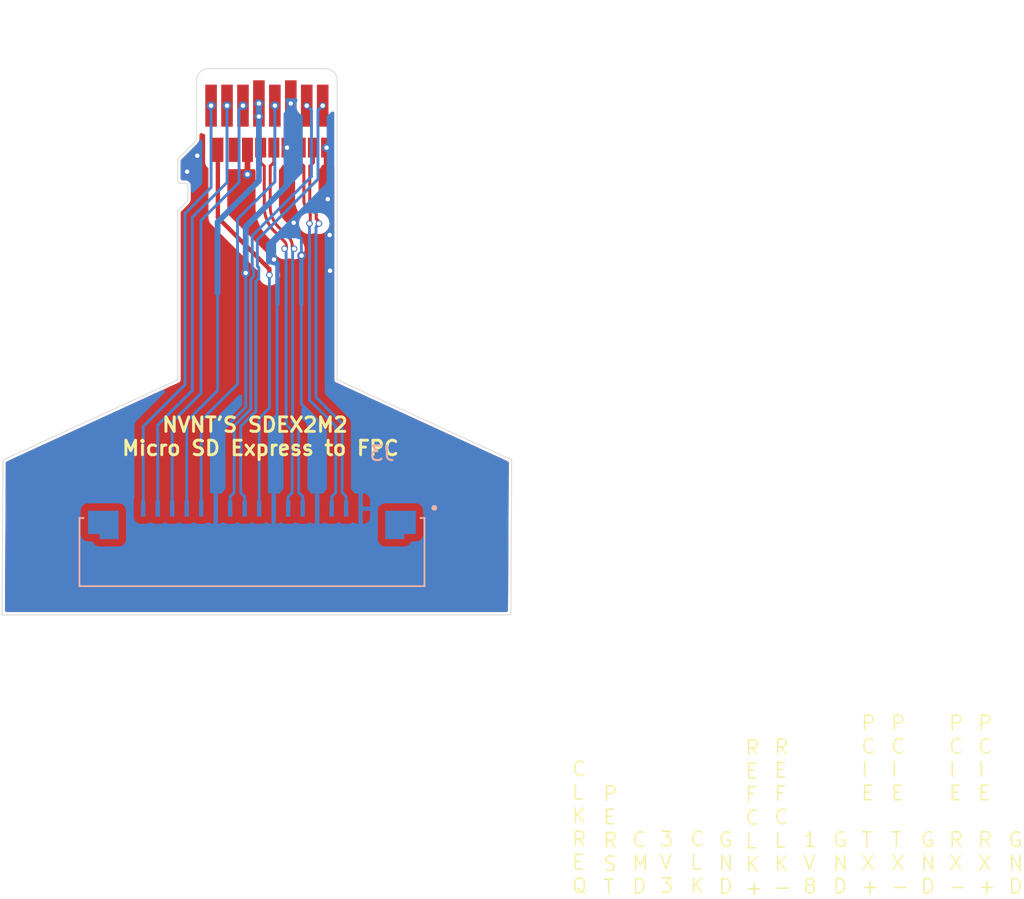
<source format=kicad_pcb>
(kicad_pcb (version 20241229) (generator "pcbnew") (generator_version "9.0")
  (layers (0 "F.Cu" signal) (2 "B.Cu" signal) (13 "F.Paste" user) (15 "B.Paste" user) (5 "F.SilkS" user "F.Silkscreen") (7 "B.SilkS" user "B.Silkscreen") (1 "F.Mask" user) (3 "B.Mask" user) (25 "Edge.Cuts" user))
  (net 0 "")
  (net 2 "/TX+")
  (net 3 "/TX-")
  (net 4 "/RX+")
  (net 5 "GND")
  (net 6 "/RX-")
  (net 7 "/REFCLK+")
  (net 8 "/REFCLK-")
  (net 9 "/3V3")
  (net 10 "/PERST")
  (net 11 "/CLKREQ")
  (net 12 "/CMD")
  (net 13 "/CLK")
  (net 14 "/1V8")
  (footprint "m1cha:usdex-male-open_bottom" (layer "F.Cu") (at 141.61 77.96)
    (property "Reference" "J1" (hide yes))
    (property "Value" "MicroSD Express Edge")
    (fp_line (start -6.15 6.395685) (end -6.15 7.8) (stroke (width 0.05)) (layer "Edge.Cuts"))
    (fp_line (start -6.15 9.8) (end -6.149999 15) (stroke (width 0.05)) (layer "Edge.Cuts"))
    (fp_line (start -6.05 7.9) (end -5.65 7.9) (stroke (width 0.05)) (layer "Edge.Cuts"))
    (fp_line (start -5.567158 9.217158) (end -6.15 9.8) (stroke (width 0.05)) (layer "Edge.Cuts"))
    (fp_line (start -5.45 8.1) (end -5.45 8.934315) (stroke (width 0.05)) (layer "Edge.Cuts"))
    (fp_line (start -4.967158 5.047158) (end -6.032843 6.112843) (stroke (width 0.05)) (layer "Edge.Cuts"))
    (fp_line (start -4.85 4.764315) (end -4.85 0.8) (stroke (width 0.05)) (layer "Edge.Cuts"))
    (fp_line (start -4.05 0) (end 4.05 0) (stroke (width 0.05)) (layer "Edge.Cuts"))
    (fp_line (start 4.85 0.8) (end 4.85 15) (stroke (width 0.05)) (layer "Edge.Cuts"))
    (fp_arc (start -6.15 6.395685) (mid -6.119552 6.242612) (end -6.032843 6.112843) (stroke (width 0.05)) (layer "Edge.Cuts"))
    (fp_arc (start -6.05 7.9) (mid -6.120711 7.870711) (end -6.15 7.8) (stroke (width 0.05)) (layer "Edge.Cuts"))
    (fp_arc (start -5.65 7.9) (mid -5.508579 7.958579) (end -5.45 8.1) (stroke (width 0.05)) (layer "Edge.Cuts"))
    (fp_arc (start -5.45 8.934315) (mid -5.480448 9.087389) (end -5.567158 9.217158) (stroke (width 0.05)) (layer "Edge.Cuts"))
    (fp_arc (start -4.85 0.8) (mid -4.615685 0.234315) (end -4.05 0) (stroke (width 0.05)) (layer "Edge.Cuts"))
    (fp_arc (start -4.85 4.764315) (mid -4.880448 4.917389) (end -4.967158 5.047158) (stroke (width 0.05)) (layer "Edge.Cuts"))
    (fp_arc (start 4.05 0) (mid 4.615685 0.234315) (end 4.85 0.8) (stroke (width 0.05)) (layer "Edge.Cuts"))
    (pad "1" smd rect (at -3.85 2.55) (size 0.8 2.9) (layers "F.Cu" "F.Mask" "F.Paste") (net 11 "/CLKREQ"))
    (pad "2" smd rect (at -2.75 2.55) (size 0.8 2.9) (layers "F.Cu" "F.Mask" "F.Paste") (net 10 "/PERST"))
    (pad "3" smd rect (at -1.65 2.55) (size 0.8 2.9) (layers "F.Cu" "F.Mask" "F.Paste") (net 12 "/CMD"))
    (pad "4" smd rect (at -0.55 2.4) (size 0.8 3.2) (layers "F.Cu" "F.Mask" "F.Paste") (net 9 "/3V3"))
    (pad "5" smd rect (at 0.55 2.55) (size 0.8 2.9) (layers "F.Cu" "F.Mask" "F.Paste") (net 13 "/CLK"))
    (pad "6" smd rect (at 1.65 2.4) (size 0.8 3.2) (layers "F.Cu" "F.Mask" "F.Paste") (net 5 "GND"))
    (pad "7" smd rect (at 2.75 2.55) (size 0.8 2.9) (layers "F.Cu" "F.Mask" "F.Paste") (net 7 "/REFCLK+"))
    (pad "8" smd rect (at 3.85 2.55) (size 0.8 2.9) (layers "F.Cu" "F.Mask" "F.Paste") (net 8 "/REFCLK-"))
    (pad "9" smd rect (at -3.38 5.595) (size 0.76 1.67) (layers "F.Cu" "F.Mask" "F.Paste") (net 14 "/1V8"))
    (pad "10" smd rect (at -1.34 5.595) (size 0.76 1.67) (layers "F.Cu" "F.Mask" "F.Paste") (net 5 "GND"))
    (pad "11" smd rect (at -0.43 5.445) (size 0.76 1.37) (layers "F.Cu" "F.Mask" "F.Paste") (net 2 "/TX+"))
    (pad "12" smd rect (at 0.48 5.445) (size 0.76 1.37) (layers "F.Cu" "F.Mask" "F.Paste") (net 3 "/TX-"))
    (pad "13" smd rect (at 1.39 5.445) (size 0.76 1.37) (layers "F.Cu" "F.Mask" "F.Paste") (net 5 "GND"))
    (pad "14" smd rect (at 2.3 5.445) (size 0.76 1.37) (layers "F.Cu" "F.Mask" "F.Paste") (net 6 "/RX-"))
    (pad "15" smd rect (at 3.21 5.445) (size 0.76 1.37) (layers "F.Cu" "F.Mask" "F.Paste") (net 4 "/RX+"))
    (pad "16" smd rect (at 4.12 5.445) (size 0.76 1.37) (layers "F.Cu" "F.Mask" "F.Paste") (net 5 "GND"))
    (pad "17" smd rect (at -2.25 5.595) (size 0.76 1.67) (layers "F.Cu" "F.Mask" "F.Paste"))
  )
  (footprint "MicroSD Express to FPC:AMPHENOL_F52R-1A7H1-11016" (layer "B.Cu") (at 140.58 111.305 180)
    (property "Reference" "J3" (at -8.975 6.805 0) (layer "B.SilkS") (effects (justify mirror)))
    (property "Value" "F52R-1A7H1-11016")
    (fp_line (start 11.9 2.35) (end 11.9 -2.35) (stroke (width 0.127)) (layer "B.SilkS"))
    (fp_line (start 11.9 -2.35) (end -11.9 -2.35) (stroke (width 0.127)) (layer "B.SilkS"))
    (fp_line (start 11.62 2.35) (end 11.9 2.35) (stroke (width 0.127)) (layer "B.SilkS"))
    (fp_line (start -11.9 2.35) (end -11.62 2.35) (stroke (width 0.127)) (layer "B.SilkS"))
    (fp_line (start -11.9 -2.35) (end -11.9 2.35) (stroke (width 0.127)) (layer "B.SilkS"))
    (fp_circle (center -12.58 3.05) (end -12.48 3.05) (stroke (width 0.2)) (fill no) (layer "B.SilkS"))
    (pad "1" smd rect (at -7.5 3 180) (size 0.3 1.1) (layers "B.Cu" "B.Mask" "B.Paste") (net 5 "GND"))
    (pad "2" smd rect (at -6.5 3 180) (size 0.3 1.1) (layers "B.Cu" "B.Mask" "B.Paste") (net 4 "/RX+"))
    (pad "3" smd rect (at -5.5 3 180) (size 0.3 1.1) (layers "B.Cu" "B.Mask" "B.Paste") (net 6 "/RX-"))
    (pad "4" smd rect (at -4.5 3 180) (size 0.3 1.1) (layers "B.Cu" "B.Mask" "B.Paste") (net 5 "GND"))
    (pad "5" smd rect (at -3.5 3 180) (size 0.3 1.1) (layers "B.Cu" "B.Mask" "B.Paste") (net 3 "/TX-"))
    (pad "6" smd rect (at -2.5 3 180) (size 0.3 1.1) (layers "B.Cu" "B.Mask" "B.Paste") (net 2 "/TX+"))
    (pad "7" smd rect (at -1.5 3 180) (size 0.3 1.1) (layers "B.Cu" "B.Mask" "B.Paste") (net 5 "GND"))
    (pad "8" smd rect (at -0.5 3 180) (size 0.3 1.1) (layers "B.Cu" "B.Mask" "B.Paste") (net 14 "/1V8"))
    (pad "9" smd rect (at 0.5 3 180) (size 0.3 1.1) (layers "B.Cu" "B.Mask" "B.Paste") (net 8 "/REFCLK-"))
    (pad "10" smd rect (at 1.5 3 180) (size 0.3 1.1) (layers "B.Cu" "B.Mask" "B.Paste") (net 7 "/REFCLK+"))
    (pad "11" smd rect (at 2.5 3 180) (size 0.3 1.1) (layers "B.Cu" "B.Mask" "B.Paste") (net 5 "GND"))
    (pad "12" smd rect (at 3.5 3 180) (size 0.3 1.1) (layers "B.Cu" "B.Mask" "B.Paste") (net 13 "/CLK"))
    (pad "13" smd rect (at 4.5 3 180) (size 0.3 1.1) (layers "B.Cu" "B.Mask" "B.Paste") (net 9 "/3V3"))
    (pad "14" smd rect (at 5.5 3 180) (size 0.3 1.1) (layers "B.Cu" "B.Mask" "B.Paste") (net 12 "/CMD"))
    (pad "15" smd rect (at 6.5 3 180) (size 0.3 1.1) (layers "B.Cu" "B.Mask" "B.Paste") (net 10 "/PERST"))
    (pad "16" smd rect (at 7.5 3 180) (size 0.3 1.1) (layers "B.Cu" "B.Mask" "B.Paste") (net 11 "/CLKREQ"))
    (pad "S1" smd custom (at -10.25 1.875 180) (size 0.6 0.6) (layers "B.Cu") (options (clearance outline) (anchor rect)) (primitives (gr_poly (pts (xy -1.05 0.975) (xy -1.05 -0.625) (xy -0.25 -0.625) (xy -0.25 -0.975) (xy 1.05 -0.975) (xy 1.05 0.975)) (width 0.01) (fill yes))))
    (pad "S2" smd custom (at 10.25 1.875 180) (size 0.6 0.6) (layers "B.Cu") (options (clearance outline) (anchor rect)) (primitives (gr_poly (pts (xy 0.25 -0.975) (xy -1.05 -0.975) (xy -1.05 0.975) (xy 1.05 0.975) (xy 1.05 -0.625) (xy 0.25 -0.625)) (width 0.01) (fill yes))))
  )
  (gr_line (start 146.46 99.415985) (end 146.46 92.96) (stroke (width 0.05)) (layer "Edge.Cuts"))
  (gr_line (start 123.34 115.64) (end 158.44 115.64) (stroke (width 0.05)) (layer "Edge.Cuts"))
  (gr_line (start 158.5 104.95) (end 158.44 115.64) (stroke (width 0.05)) (layer "Edge.Cuts"))
  (gr_line (start 123.402514 104.95) (end 135.46 99.415985) (stroke (width 0.05)) (layer "Edge.Cuts"))
  (gr_line (start 146.46 99.415985) (end 158.5 104.95) (stroke (width 0.05)) (layer "Edge.Cuts"))
  (gr_line (start 123.402514 104.95) (end 123.34 115.64) (stroke (width 0.05)) (layer "Edge.Cuts"))
  (gr_line (start 135.46 92.96) (end 135.46 99.415985) (stroke (width 0.05)) (layer "Edge.Cuts"))
  (gr_text "G\nN\nD" (at 180.59 134.95 0) (layer "F.SilkS") (effects (font (size 1 1) (thickness 0.1)) (justify left bottom)))
  (gr_text "C\nL\nK" (at 170.74 134.9 0) (layer "F.SilkS") (effects (font (size 1 1) (thickness 0.1)) (justify left bottom)))
  (gr_text "P\nC\nI\nE\n\nR\nX\n-" (at 188.59 134.95 0) (layer "F.SilkS") (effects (font (size 1 1) (thickness 0.1)) (justify left bottom)))
  (gr_text "R\nE\nF\nC\nL\nK\n+" (at 174.54 135.05 0) (layer "F.SilkS") (effects (font (size 1 1) (thickness 0.1)) (justify left bottom)))
  (gr_text "P\nC\nI\nE\n\nR\nX\n+" (at 190.59 134.95 0) (layer "F.SilkS") (effects (font (size 1 1) (thickness 0.1)) (justify left bottom)))
  (gr_text "C\nM\nD" (at 166.74 134.95 0) (layer "F.SilkS") (effects (font (size 1 1) (thickness 0.1)) (justify left bottom)))
  (gr_text "C\nL\nK\nR\nE\nQ" (at 162.59 134.9 0) (layer "F.SilkS") (effects (font (size 1 1) (thickness 0.1)) (justify left bottom)))
  (gr_text "1\nV\n8" (at 178.54 134.95 0) (layer "F.SilkS") (effects (font (size 1 1) (thickness 0.1)) (justify left bottom)))
  (gr_text "P\nC\nI\nE\n\nT\nX\n+" (at 182.54 134.95 0) (layer "F.SilkS") (effects (font (size 1 1) (thickness 0.1)) (justify left bottom)))
  (gr_text "3\nV\n3" (at 168.64 134.9 0) (layer "F.SilkS") (effects (font (size 1 1) (thickness 0.1)) (justify left bottom)))
  (gr_text "G\nN\nD" (at 186.64 134.95 0) (layer "F.SilkS") (effects (font (size 1 1) (thickness 0.1)) (justify left bottom)))
  (gr_text "P\nE\nR\nS\nT" (at 164.74 135 0) (layer "F.SilkS") (effects (font (size 1 1) (thickness 0.1)) (justify left bottom)))
  (gr_text "R\nE\nF\nC\nL\nK\n-" (at 176.54 135 0) (layer "F.SilkS") (effects (font (size 1 1) (thickness 0.1)) (justify left bottom)))
  (gr_text "G\nN\nD" (at 192.69 134.95 0) (layer "F.SilkS") (effects (font (size 1 1) (thickness 0.1)) (justify left bottom)))
  (gr_text "P\nC\nI\nE\n\nT\nX\n-" (at 184.59 134.95 0) (layer "F.SilkS") (effects (font (size 1 1) (thickness 0.1)) (justify left bottom)))
  (gr_text "G\nN\nD" (at 172.69 134.95 0) (layer "F.SilkS") (effects (font (size 1 1) (thickness 0.1)) (justify left bottom)))
  (gr_text "NVNT'S SDEX2M2 \nMicro SD Express to FPC" (at 141.17 104.72 0) (layer "F.SilkS") (effects (font (size 1 1) (thickness 0.2) (bold yes)) (justify bottom)))
  (segment (start 142.809336 89.858142) (end 142.136197 89.185003) (width 0.205232) (layer "F.Cu") (net 2))
  (segment (start 141.18 84.432501) (end 141.18 83.405) (width 0.205232) (layer "F.Cu") (net 2))
  (segment (start 142.955783 90.257617) (end 142.955783 90.211696) (width 0.205232) (layer "F.Cu") (net 2))
  (segment (start 141.430784 84.683285) (end 141.18 84.432501) (width 0.205232) (layer "F.Cu") (net 2))
  (segment (start 142.8334 90.38) (end 142.955783 90.257617) (width 0.205232) (layer "F.Cu") (net 2))
  (segment (start 141.430784 87.481985) (end 141.430784 84.683285) (width 0.205232) (layer "F.Cu") (net 2))
  (via (at 142.8334 90.38) (size 0.45) (drill 0.3) (layers "F.Cu" "B.Cu") (net 2))
  (arc (start 142.955783 90.211696) (mid 142.917723 90.020354) (end 142.809336 89.858142) (width 0.205232) (layer "F.Cu") (net 2))
  (arc (start 141.430784 87.481985) (mid 141.614115 88.403652) (end 142.136197 89.185003) (width 0.205232) (layer "F.Cu") (net 2))
  (segment (start 142.934999 102.503197) (end 142.934999 90.481599) (width 0.2) (layer "B.Cu") (net 2))
  (segment (start 142.8334 90.38) (end 142.932384 90.478984) (width 0.205232) (layer "B.Cu") (net 2))
  (segment (start 143.355 102.923198) (end 142.934999 102.503197) (width 0.2) (layer "B.Cu") (net 2))
  (segment (start 143.08 107.479999) (end 143.355 107.204999) (width 0.2) (layer "B.Cu") (net 2))
  (segment (start 142.934999 90.481599) (end 142.8334 90.38) (width 0.2) (layer "B.Cu") (net 2))
  (segment (start 143.08 108.305) (end 143.08 107.479999) (width 0.2) (layer "B.Cu") (net 2))
  (segment (start 143.355 107.204999) (end 143.355 102.923198) (width 0.2) (layer "B.Cu") (net 2))
  (segment (start 143.4866 90.38) (end 143.364217 90.257617) (width 0.205232) (layer "F.Cu") (net 3))
  (segment (start 141.839216 87.481983) (end 141.839216 84.683285) (width 0.205232) (layer "F.Cu") (net 3))
  (segment (start 142.09 84.432501) (end 142.09 83.405) (width 0.205232) (layer "F.Cu") (net 3))
  (segment (start 143.098143 89.569337) (end 142.425002 88.896196) (width 0.205232) (layer "F.Cu") (net 3))
  (segment (start 141.839216 84.683285) (end 142.09 84.432501) (width 0.205232) (layer "F.Cu") (net 3))
  (segment (start 143.364217 90.257617) (end 143.364217 90.211696) (width 0.205232) (layer "F.Cu") (net 3))
  (via (at 143.4866 90.38) (size 0.45) (drill 0.3) (layers "F.Cu" "B.Cu") (net 3))
  (arc (start 143.364217 90.211696) (mid 143.295067 89.864054) (end 143.098143 89.569337) (width 0.205232) (layer "F.Cu") (net 3))
  (arc (start 142.425002 88.896196) (mid 141.991457 88.24735) (end 141.839216 87.481983) (width 0.205232) (layer "F.Cu") (net 3))
  (segment (start 143.385001 102.316803) (end 143.385001 90.481599) (width 0.2) (layer "B.Cu") (net 3))
  (segment (start 143.805 107.204999) (end 143.805 102.736802) (width 0.2) (layer "B.Cu") (net 3))
  (segment (start 143.805 102.736802) (end 143.385001 102.316803) (width 0.2) (layer "B.Cu") (net 3))
  (segment (start 144.08 108.305) (end 144.08 107.479999) (width 0.2) (layer "B.Cu") (net 3))
  (segment (start 143.4866 90.38) (end 143.387616 90.478984) (width 0.205232) (layer "B.Cu") (net 3))
  (segment (start 143.385001 90.481599) (end 143.4866 90.38) (width 0.2) (layer "B.Cu") (net 3))
  (segment (start 144.08 107.479999) (end 143.805 107.204999) (width 0.2) (layer "B.Cu") (net 3))
  (segment (start 145.1366 88.64) (end 145.12 88.6234) (width 0.205232) (layer "F.Cu") (net 4))
  (segment (start 144.569216 84.683285) (end 144.82 84.432501) (width 0.205232) (layer "F.Cu") (net 4))
  (segment (start 145.12 88.41) (end 145.014217 88.304217) (width 0.205232) (layer "F.Cu") (net 4))
  (segment (start 145.014217 88.304217) (end 145.014217 88.071696) (width 0.205232) (layer "F.Cu") (net 4))
  (segment (start 144.748143 87.429337) (end 144.715662 87.396856) (width 0.205232) (layer "F.Cu") (net 4))
  (segment (start 144.82 84.432501) (end 144.82 83.405) (width 0.205232) (layer "F.Cu") (net 4))
  (segment (start 145.12 88.6234) (end 145.12 88.41) (width 0.205232) (layer "F.Cu") (net 4))
  (segment (start 144.569216 87.043303) (end 144.569216 84.683285) (width 0.205232) (layer "F.Cu") (net 4))
  (via (at 145.2032 88.64) (size 0.45) (drill 0.3) (layers "F.Cu" "B.Cu") (net 4))
  (arc (start 145.014217 88.071696) (mid 144.945067 87.724054) (end 144.748143 87.429337) (width 0.205232) (layer "F.Cu") (net 4))
  (arc (start 144.715662 87.396856) (mid 144.607276 87.234644) (end 144.569216 87.043303) (width 0.205232) (layer "F.Cu") (net 4))
  (segment (start 145.2032 88.64) (end 145.051 88.7922) (width 0.2) (layer "B.Cu") (net 4))
  (segment (start 146.805 107.204999) (end 147.08 107.479999) (width 0.2) (layer "B.Cu") (net 4))
  (segment (start 145.000001 88.89852) (end 145.000001 100.631803) (width 0.2) (layer "B.Cu") (net 4))
  (segment (start 147.08 107.479999) (end 147.08 108.305) (width 0.2) (layer "B.Cu") (net 4))
  (segment (start 146.805 102.436802) (end 146.805 107.204999) (width 0.2) (layer "B.Cu") (net 4))
  (segment (start 145.051 88.847521) (end 145.000001 88.89852) (width 0.2) (layer "B.Cu") (net 4))
  (segment (start 145.051 88.7922) (end 145.051 88.847521) (width 0.2) (layer "B.Cu") (net 4))
  (segment (start 145.000001 100.631803) (end 146.805 102.436802) (width 0.2) (layer "B.Cu") (net 4))
  (segment (start 140.27 85.25) (end 140.27 85.52) (width 0.4) (layer "F.Cu") (net 5))
  (segment (start 140.27 83.555) (end 140.27 85.25) (width 0.4) (layer "F.Cu") (net 5))
  (segment (start 143 83.4025) (end 143 85.3375) (width 0.4) (layer "F.Cu") (net 5))
  (segment (start 145.73 83.405) (end 145.73 84.91) (width 0.4) (layer "F.Cu") (net 5))
  (via (at 140.27 85.25) (size 0.6) (drill 0.3) (layers "F.Cu" "B.Cu") (net 5))
  (via (at 136.81 83.96) (size 0.6) (drill 0.3) (layers "F.Cu" "B.Cu") (net 5))
  (via (at 142.1 91.12) (size 0.45) (drill 0.3) (layers "F.Cu" "B.Cu") (net 5))
  (via (at 145.94 89.43) (size 0.45) (drill 0.3) (layers "F.Cu" "B.Cu") (net 5))
  (via (at 143.46 88.59) (size 0.45) (drill 0.3) (layers "F.Cu" "B.Cu") (net 5))
  (via (at 136.11 85.06) (size 0.6) (drill 0.3) (layers "F.Cu" "B.Cu") (net 5))
  (via (at 145.81 86.96) (size 0.45) (drill 0.3) (layers "F.Cu" "B.Cu") (net 5))
  (via (at 143 83.405) (size 0.6) (drill 0.3) (layers "F.Cu" "B.Cu") (net 5))
  (via (at 144.002007 90.853667) (size 0.6) (drill 0.3) (layers "F.Cu" "B.Cu") (net 5))
  (via (at 143.26 80.36) (size 0.6) (drill 0.3) (layers "F.Cu" "B.Cu") (net 5))
  (via (at 145.73 83.405) (size 0.6) (drill 0.3) (layers "F.Cu" "B.Cu") (net 5))
  (via (at 145.97 91.9) (size 0.45) (drill 0.3) (layers "F.Cu" "B.Cu") (net 5))
  (via (at 140.15 92.05) (size 0.6) (drill 0.3) (layers "F.Cu" "B.Cu") (net 5))
  (segment (start 148.08 101.88) (end 148.08 108.305) (width 0.2) (layer "B.Cu") (net 5))
  (segment (start 143.37 88.59) (end 143.46 88.59) (width 0.2) (layer "B.Cu") (net 5))
  (segment (start 144.002007 90.853667) (end 143.99 90.84166) (width 0.2) (layer "B.Cu") (net 5))
  (segment (start 142.08 105.7) (end 142.08 108.305) (width 0.2) (layer "B.Cu") (net 5))
  (segment (start 143.985 94.185) (end 143.985 101.085) (width 0.2) (layer "B.Cu") (net 5))
  (segment (start 145.08 102.18) (end 143.985 101.085) (width 0.2) (layer "B.Cu") (net 5))
  (segment (start 143 86.01) (end 140.15 88.86) (width 0.4) (layer "B.Cu") (net 5))
  (segment (start 145.71 99.51) (end 148.08 101.88) (width 0.2) (layer "B.Cu") (net 5))
  (segment (start 138.08 103.37) (end 138.08 108.305) (width 0.2) (layer "B.Cu") (net 5))
  (segment (start 143.99 90.865674) (end 143.99 92.28) (width 0.3) (layer "B.Cu") (net 5))
  (segment (start 142.335 94.185) (end 142.335 91.355) (width 0.3) (layer "B.Cu") (net 5))
  (segment (start 142.31 105.47) (end 142.08 105.7) (width 0.2) (layer "B.Cu") (net 5))
  (segment (start 143.99 89.68) (end 143.46 89.15) (width 0.2) (layer "B.Cu") (net 5))
  (segment (start 140.15 88.86) (end 140.15 92.05) (width 0.4) (layer "B.Cu") (net 5))
  (segment (start 144.002007 90.853667) (end 143.99 90.865674) (width 0.3) (layer "B.Cu") (net 5))
  (segment (start 143.26 80.36) (end 143.26 81.74) (width 0.4) (layer "B.Cu") (net 5))
  (segment (start 145.71 99.51) (end 145.71 92.1) (width 0.2) (layer "B.Cu") (net 5))
  (segment (start 143.46 89.15) (end 143.46 88.59) (width 0.2) (layer "B.Cu") (net 5))
  (segment (start 143.985 92.285) (end 143.985 94.185) (width 0.3) (layer "B.Cu") (net 5))
  (segment (start 143.99 92.28) (end 143.985 92.285) (width 0.3) (layer "B.Cu") (net 5))
  (segment (start 143.33 88.63) (end 143.37 88.59) (width 0.2) (layer "B.Cu") (net 5))
  (segment (start 142.335 91.355) (end 142.1 91.12) (width 0.3) (layer "B.Cu") (net 5))
  (segment (start 142.335 94.185) (end 142.31 94.21) (width 0.2) (layer "B.Cu") (net 5))
  (segment (start 143 82) (end 143 83.405) (width 0.4) (layer "B.Cu") (net 5))
  (segment (start 145.08 108.305) (end 145.08 102.18) (width 0.2) (layer "B.Cu") (net 5))
  (segment (start 143.99 90.84166) (end 143.99 89.68) (width 0.2) (layer "B.Cu") (net 5))
  (segment (start 140.15 101.3) (end 138.08 103.37) (width 0.2) (layer "B.Cu") (net 5))
  (segment (start 140.135 92.065) (end 140.15 92.05) (width 0.3) (layer "B.Cu") (net 5))
  (segment (start 142.1 91.12) (end 142.1 89.95) (width 0.3) (layer "B.Cu") (net 5))
  (segment (start 145.91 91.9) (end 145.97 91.9) (width 0.2) (layer "B.Cu") (net 5))
  (segment (start 142.31 94.21) (end 142.31 105.47) (width 0.2) (layer "B.Cu") (net 5))
  (segment (start 142.1 89.95) (end 143.46 88.59) (width 0.3) (layer "B.Cu") (net 5))
  (segment (start 143.26 81.74) (end 143 82) (width 0.4) (layer "B.Cu") (net 5))
  (segment (start 143 83.405) (end 143 86.01) (width 0.4) (layer "B.Cu") (net 5))
  (segment (start 140.15 101.3) (end 140.15 92.05) (width 0.2) (layer "B.Cu") (net 5))
  (segment (start 143.91 84.432501) (end 143.91 83.405) (width 0.205232) (layer "F.Cu") (net 6))
  (segment (start 144.605783 88.517617) (end 144.605783 88.071696) (width 0.205232) (layer "F.Cu") (net 6))
  (segment (start 144.160784 84.683285) (end 143.91 84.432501) (width 0.205232) (layer "F.Cu") (net 6))
  (segment (start 144.459336 87.718142) (end 144.426857 87.685663) (width 0.205232) (layer "F.Cu") (net 6))
  (segment (start 144.4834 88.64) (end 144.605783 88.517617) (width 0.205232) (layer "F.Cu") (net 6))
  (segment (start 144.160784 87.043305) (end 144.160784 84.683285) (width 0.205232) (layer "F.Cu") (net 6))
  (via (at 144.55 88.64) (size 0.45) (drill 0.3) (layers "F.Cu" "B.Cu") (net 6))
  (arc (start 144.605783 88.071696) (mid 144.567723 87.880354) (end 144.459336 87.718142) (width 0.205232) (layer "F.Cu") (net 6))
  (arc (start 144.426857 87.685663) (mid 144.229934 87.390947) (end 144.160784 87.043305) (width 0.205232) (layer "F.Cu") (net 6))
  (segment (start 144.55 88.64) (end 144.55 90.622428) (width 0.2) (layer "B.Cu") (net 6))
  (segment (start 144.55 100.818198) (end 146.355 102.623198) (width 0.2) (layer "B.Cu") (net 6))
  (segment (start 144.553007 91.081899) (end 144.55 91.084906) (width 0.2) (layer "B.Cu") (net 6))
  (segment (start 146.355 102.623198) (end 146.355 107.204999) (width 0.2) (layer "B.Cu") (net 6))
  (segment (start 144.553007 90.625435) (end 144.553007 91.081899) (width 0.2) (layer "B.Cu") (net 6))
  (segment (start 144.55 91.084906) (end 144.55 100.818198) (width 0.2) (layer "B.Cu") (net 6))
  (segment (start 146.08 107.479999) (end 146.08 108.305) (width 0.2) (layer "B.Cu") (net 6))
  (segment (start 144.55 90.622428) (end 144.553007 90.625435) (width 0.2) (layer "B.Cu") (net 6))
  (segment (start 146.355 107.204999) (end 146.08 107.479999) (width 0.2) (layer "B.Cu") (net 6))
  (via (at 144.36 80.51) (size 0.45) (drill 0.3) (layers "F.Cu" "B.Cu") (net 7))
  (segment (start 140.701 92.278232) (end 140.701 91.821768) (width 0.2) (layer "B.Cu") (net 7))
  (segment (start 144.684999 80.834999) (end 144.36 80.51) (width 0.2) (layer "B.Cu") (net 7))
  (segment (start 140.601 91.721768) (end 140.601 89.480802) (width 0.2) (layer "B.Cu") (net 7))
  (segment (start 139.355 102.591388) (end 140.501 101.445388) (width 0.2) (layer "B.Cu") (net 7))
  (segment (start 139.08 107.479999) (end 139.355 107.204999) (width 0.2) (layer "B.Cu") (net 7))
  (segment (start 140.601 89.480802) (end 144.684999 85.396803) (width 0.2) (layer "B.Cu") (net 7))
  (segment (start 139.355 107.204999) (end 139.355 102.591388) (width 0.2) (layer "B.Cu") (net 7))
  (segment (start 139.08 108.305) (end 139.08 107.479999) (width 0.2) (layer "B.Cu") (net 7))
  (segment (start 140.701 91.821768) (end 140.601 91.721768) (width 0.2) (layer "B.Cu") (net 7))
  (segment (start 140.501 92.478232) (end 140.701 92.278232) (width 0.2) (layer "B.Cu") (net 7))
  (segment (start 144.684999 85.396803) (end 144.684999 80.834999) (width 0.2) (layer "B.Cu") (net 7))
  (segment (start 140.501 101.445388) (end 140.501 92.478232) (width 0.2) (layer "B.Cu") (net 7))
  (via (at 145.46 80.51) (size 0.45) (drill 0.3) (layers "F.Cu" "B.Cu") (net 8))
  (segment (start 141.052 91.67638) (end 140.952 91.57638) (width 0.2) (layer "B.Cu") (net 8))
  (segment (start 140.852 101.590776) (end 140.852 92.623621) (width 0.2) (layer "B.Cu") (net 8))
  (segment (start 140.852 92.623621) (end 141.052 92.42362) (width 0.2) (layer "B.Cu") (net 8))
  (segment (start 145.135001 80.834999) (end 145.46 80.51) (width 0.2) (layer "B.Cu") (net 8))
  (segment (start 140.952 91.57638) (end 140.952 89.766198) (width 0.2) (layer "B.Cu") (net 8))
  (segment (start 140.952 89.766198) (end 145.135001 85.583197) (width 0.2) (layer "B.Cu") (net 8))
  (segment (start 145.135001 85.583197) (end 145.135001 80.834999) (width 0.2) (layer "B.Cu") (net 8))
  (segment (start 140.08 108.305) (end 140.08 107.479999) (width 0.2) (layer "B.Cu") (net 8))
  (segment (start 140.08 107.479999) (end 139.805 107.204999) (width 0.2) (layer "B.Cu") (net 8))
  (segment (start 139.805 102.637776) (end 140.852 101.590776) (width 0.2) (layer "B.Cu") (net 8))
  (segment (start 141.052 92.42362) (end 141.052 91.67638) (width 0.2) (layer "B.Cu") (net 8))
  (segment (start 139.805 107.204999) (end 139.805 102.637776) (width 0.2) (layer "B.Cu") (net 8))
  (via (at 141.06 81.26) (size 0.6) (drill 0.3) (layers "F.Cu" "B.Cu") (net 9))
  (via (at 141.06 80.36) (size 0.6) (drill 0.3) (layers "F.Cu" "B.Cu") (net 9))
  (segment (start 138.21 88.54) (end 138.21 93.44) (width 0.4) (layer "B.Cu") (net 9))
  (segment (start 141.06 85.69) (end 138.21 88.54) (width 0.4) (layer "B.Cu") (net 9))
  (segment (start 141.06 80.36) (end 141.06 85.69) (width 0.4) (layer "B.Cu") (net 9))
  (segment (start 136.08 108.305) (end 136.08 102.29) (width 0.2) (layer "B.Cu") (net 9))
  (segment (start 138.21 93.44) (end 138.21 100.16) (width 0.2) (layer "B.Cu") (net 9))
  (segment (start 136.08 102.29) (end 138.21 100.16) (width 0.2) (layer "B.Cu") (net 9))
  (via (at 138.86 80.51) (size 0.6) (drill 0.3) (layers "F.Cu" "B.Cu") (net 10))
  (segment (start 136.46 100.16) (end 134.08 102.54) (width 0.2) (layer "B.Cu") (net 10))
  (segment (start 136.46 88.21) (end 136.46 100.16) (width 0.2) (layer "B.Cu") (net 10))
  (segment (start 134.08 102.54) (end 134.08 108.305) (width 0.2) (layer "B.Cu") (net 10))
  (segment (start 138.86 80.51) (end 138.86 85.81) (width 0.2) (layer "B.Cu") (net 10))
  (segment (start 138.86 85.81) (end 136.46 88.21) (width 0.2) (layer "B.Cu") (net 10))
  (via (at 137.76 80.51) (size 0.6) (drill 0.3) (layers "F.Cu" "B.Cu") (net 11))
  (segment (start 135.96 87.95) (end 135.96 99.76) (width 0.2) (layer "B.Cu") (net 11))
  (segment (start 137.76 80.51) (end 137.76 86.15) (width 0.2) (layer "B.Cu") (net 11))
  (segment (start 135.96 99.76) (end 133.08 102.64) (width 0.2) (layer "B.Cu") (net 11))
  (segment (start 137.76 86.15) (end 135.96 87.95) (width 0.2) (layer "B.Cu") (net 11))
  (segment (start 133.08 102.64) (end 133.08 108.305) (width 0.2) (layer "B.Cu") (net 11))
  (via (at 139.96 80.51) (size 0.6) (drill 0.3) (layers "F.Cu" "B.Cu") (net 12))
  (segment (start 139.69 80.78) (end 139.96 80.51) (width 0.2) (layer "B.Cu") (net 12))
  (segment (start 137.06 100.36) (end 137.06 88.44) (width 0.2) (layer "B.Cu") (net 12))
  (segment (start 139.69 85.81) (end 139.69 80.78) (width 0.2) (layer "B.Cu") (net 12))
  (segment (start 137.06 88.44) (end 139.69 85.81) (width 0.2) (layer "B.Cu") (net 12))
  (segment (start 137.06 100.36) (end 135.08 102.34) (width 0.2) (layer "B.Cu") (net 12))
  (segment (start 135.08 102.34) (end 135.08 108.305) (width 0.2) (layer "B.Cu") (net 12))
  (via (at 142.16 80.51) (size 0.6) (drill 0.3) (layers "F.Cu" "B.Cu") (net 13))
  (segment (start 139.585 88.335) (end 139.585 99.715) (width 0.2) (layer "B.Cu") (net 13))
  (segment (start 137.08 102.22) (end 137.08 108.305) (width 0.2) (layer "B.Cu") (net 13))
  (segment (start 139.585 99.715) (end 137.08 102.22) (width 0.2) (layer "B.Cu") (net 13))
  (segment (start 142.16 80.51) (end 142.16 85.76) (width 0.2) (layer "B.Cu") (net 13))
  (segment (start 142.16 85.76) (end 139.585 88.335) (width 0.2) (layer "B.Cu") (net 13))
  (segment (start 141.785 91.785) (end 138.23 88.23) (width 0.3) (layer "F.Cu") (net 14))
  (segment (start 138.23 88.23) (end 138.23 83.555) (width 0.3) (layer "F.Cu") (net 14))
  (segment (start 141.785 92.19) (end 141.785 91.785) (width 0.3) (layer "F.Cu") (net 14))
  (via (at 141.785 92.19) (size 0.45) (drill 0.3) (layers "F.Cu" "B.Cu") (net 14))
  (segment (start 141.785 101.365) (end 141.785 92.19) (width 0.2) (layer "B.Cu") (net 14))
  (segment (start 141.08 102.07) (end 141.785 101.365) (width 0.2) (layer "B.Cu") (net 14))
  (segment (start 141.08 108.305) (end 141.08 102.07) (width 0.2) (layer "B.Cu") (net 14))
  (zone (net 5) (net_name "GND") (layer "F.Cu") (connect_pads (clearance 0.5)) (min_thickness 0.25) (fill yes (thermal_gap 0.5) (thermal_bridge_width 0.5))
    (polygon (pts (xy 146.61 80) (xy 146.7 99.25) (xy 158.75 104.85) (xy 158.723166 115.690969) (xy 123.253782 115.590773) (xy 123.2 104.7) (xy 135.1 99.3) (xy 135.11 80)))
  )
  (zone (net 5) (net_name "GND") (layer "B.Cu") (priority 1) (connect_pads (clearance 0.5)) (min_thickness 0.25) (fill yes (thermal_gap 0.5) (thermal_bridge_width 0.5))
    (polygon (pts (xy 146.61 80) (xy 146.7 99.25) (xy 158.75 104.85) (xy 158.723166 115.690686) (xy 123.25378 115.59049) (xy 123.2 104.7) (xy 135.1 99.3) (xy 135.11 80)))
  )
)
</source>
